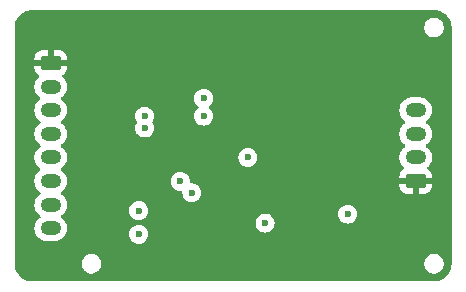
<source format=gbr>
%TF.GenerationSoftware,KiCad,Pcbnew,8.0.1*%
%TF.CreationDate,2024-11-10T15:13:46-05:00*%
%TF.ProjectId,ads1220_board,61647331-3232-4305-9f62-6f6172642e6b,rev?*%
%TF.SameCoordinates,Original*%
%TF.FileFunction,Copper,L2,Inr*%
%TF.FilePolarity,Positive*%
%FSLAX46Y46*%
G04 Gerber Fmt 4.6, Leading zero omitted, Abs format (unit mm)*
G04 Created by KiCad (PCBNEW 8.0.1) date 2024-11-10 15:13:46*
%MOMM*%
%LPD*%
G01*
G04 APERTURE LIST*
G04 Aperture macros list*
%AMRoundRect*
0 Rectangle with rounded corners*
0 $1 Rounding radius*
0 $2 $3 $4 $5 $6 $7 $8 $9 X,Y pos of 4 corners*
0 Add a 4 corners polygon primitive as box body*
4,1,4,$2,$3,$4,$5,$6,$7,$8,$9,$2,$3,0*
0 Add four circle primitives for the rounded corners*
1,1,$1+$1,$2,$3*
1,1,$1+$1,$4,$5*
1,1,$1+$1,$6,$7*
1,1,$1+$1,$8,$9*
0 Add four rect primitives between the rounded corners*
20,1,$1+$1,$2,$3,$4,$5,0*
20,1,$1+$1,$4,$5,$6,$7,0*
20,1,$1+$1,$6,$7,$8,$9,0*
20,1,$1+$1,$8,$9,$2,$3,0*%
G04 Aperture macros list end*
%TA.AperFunction,ComponentPad*%
%ADD10RoundRect,0.250000X0.625000X-0.350000X0.625000X0.350000X-0.625000X0.350000X-0.625000X-0.350000X0*%
%TD*%
%TA.AperFunction,ComponentPad*%
%ADD11O,1.750000X1.200000*%
%TD*%
%TA.AperFunction,ComponentPad*%
%ADD12RoundRect,0.250000X-0.625000X0.350000X-0.625000X-0.350000X0.625000X-0.350000X0.625000X0.350000X0*%
%TD*%
%TA.AperFunction,ViaPad*%
%ADD13C,0.600000*%
%TD*%
G04 APERTURE END LIST*
D10*
%TO.N,GND*%
%TO.C,J2*%
X144450000Y-85000000D03*
D11*
%TO.N,/SIG+*%
X144450000Y-83000000D03*
%TO.N,/SIG-*%
X144450000Y-81000000D03*
%TO.N,+4V*%
X144450000Y-79000000D03*
%TD*%
D12*
%TO.N,GND*%
%TO.C,J3*%
X113550000Y-75000000D03*
D11*
%TO.N,Net-(J3-Pin_2)*%
X113550000Y-77000000D03*
%TO.N,Net-(J3-Pin_3)*%
X113550000Y-79000000D03*
%TO.N,Net-(J3-Pin_4)*%
X113550000Y-81000000D03*
%TO.N,Net-(J3-Pin_5)*%
X113550000Y-83000000D03*
%TO.N,Net-(J3-Pin_6)*%
X113550000Y-85000000D03*
%TO.N,+3V3*%
X113550000Y-87000000D03*
%TO.N,+5V*%
X113550000Y-89000000D03*
%TD*%
D13*
%TO.N,+5V*%
X121000000Y-89500000D03*
X121000000Y-87500000D03*
%TO.N,GND*%
X140000000Y-71000000D03*
X132500000Y-79500000D03*
X144000000Y-93000000D03*
X140000000Y-78500000D03*
X111000000Y-90000000D03*
X140000000Y-85500000D03*
X132250000Y-85000000D03*
X128500000Y-83250000D03*
X115000000Y-71000000D03*
X147000000Y-82000000D03*
X144000000Y-71000000D03*
X125000000Y-93000000D03*
X115000000Y-82000000D03*
X115000000Y-93000000D03*
X136000000Y-84750000D03*
X125000000Y-71000000D03*
X111000000Y-86000000D03*
X136498809Y-88550744D03*
X120000000Y-93000000D03*
X130750000Y-78000000D03*
X141750000Y-84250000D03*
X147000000Y-74000000D03*
X121250000Y-86000000D03*
X141750000Y-79750000D03*
X123475000Y-88500000D03*
X115000000Y-80000000D03*
X120000000Y-71000000D03*
X111000000Y-82000000D03*
X111000000Y-74000000D03*
X111000000Y-78000000D03*
X115000000Y-78000000D03*
X135250000Y-79500000D03*
X147000000Y-90000000D03*
X135000000Y-71000000D03*
X140000000Y-93000000D03*
X147000000Y-86000000D03*
X115000000Y-84000000D03*
X128500000Y-76750000D03*
X135000000Y-93000000D03*
X147000000Y-78000000D03*
X130000000Y-71000000D03*
X130000000Y-93000000D03*
X119720000Y-78530000D03*
X127325000Y-80325000D03*
%TO.N,+4V*%
X124525000Y-85025000D03*
X125500000Y-86000000D03*
X138700000Y-87800000D03*
X130250000Y-83000000D03*
X131700000Y-88550000D03*
X121500000Y-79500000D03*
%TO.N,+3V3*%
X121500000Y-80500000D03*
%TO.N,/INA_REF*%
X126500000Y-78000000D03*
%TO.N,/SIG_AMP+*%
X126500000Y-79500000D03*
%TD*%
%TA.AperFunction,Conductor*%
%TO.N,GND*%
G36*
X146004418Y-70500816D02*
G01*
X146204561Y-70515130D01*
X146222063Y-70517647D01*
X146413797Y-70559355D01*
X146430755Y-70564334D01*
X146614609Y-70632909D01*
X146630701Y-70640259D01*
X146802904Y-70734288D01*
X146817784Y-70743849D01*
X146974867Y-70861441D01*
X146988237Y-70873027D01*
X147126972Y-71011762D01*
X147138558Y-71025132D01*
X147249625Y-71173500D01*
X147256146Y-71182210D01*
X147265711Y-71197095D01*
X147359740Y-71369298D01*
X147367090Y-71385390D01*
X147435662Y-71569236D01*
X147440646Y-71586212D01*
X147482351Y-71777931D01*
X147484869Y-71795442D01*
X147499184Y-71995580D01*
X147499500Y-72004427D01*
X147499500Y-91995572D01*
X147499184Y-92004419D01*
X147484869Y-92204557D01*
X147482351Y-92222068D01*
X147440646Y-92413787D01*
X147435662Y-92430763D01*
X147367090Y-92614609D01*
X147359740Y-92630701D01*
X147265711Y-92802904D01*
X147256146Y-92817789D01*
X147138558Y-92974867D01*
X147126972Y-92988237D01*
X146988237Y-93126972D01*
X146974867Y-93138558D01*
X146817789Y-93256146D01*
X146802904Y-93265711D01*
X146630701Y-93359740D01*
X146614609Y-93367090D01*
X146430763Y-93435662D01*
X146413787Y-93440646D01*
X146222068Y-93482351D01*
X146204557Y-93484869D01*
X146023779Y-93497799D01*
X146004417Y-93499184D01*
X145995572Y-93499500D01*
X112004428Y-93499500D01*
X111995582Y-93499184D01*
X111973622Y-93497613D01*
X111795442Y-93484869D01*
X111777931Y-93482351D01*
X111586212Y-93440646D01*
X111569236Y-93435662D01*
X111385390Y-93367090D01*
X111369298Y-93359740D01*
X111197095Y-93265711D01*
X111182210Y-93256146D01*
X111025132Y-93138558D01*
X111011762Y-93126972D01*
X110873027Y-92988237D01*
X110861441Y-92974867D01*
X110743849Y-92817784D01*
X110734288Y-92802904D01*
X110640259Y-92630701D01*
X110632909Y-92614609D01*
X110572091Y-92451551D01*
X110564334Y-92430755D01*
X110559355Y-92413797D01*
X110517647Y-92222063D01*
X110515130Y-92204556D01*
X110506322Y-92081407D01*
X116173500Y-92081407D01*
X116205259Y-92241073D01*
X116205262Y-92241082D01*
X116267562Y-92391490D01*
X116267563Y-92391492D01*
X116358015Y-92526862D01*
X116358018Y-92526866D01*
X116473133Y-92641981D01*
X116473137Y-92641984D01*
X116608505Y-92732435D01*
X116608506Y-92732435D01*
X116608507Y-92732436D01*
X116608509Y-92732437D01*
X116708781Y-92773970D01*
X116758919Y-92794738D01*
X116758921Y-92794738D01*
X116758926Y-92794740D01*
X116918592Y-92826499D01*
X116918595Y-92826500D01*
X116918597Y-92826500D01*
X117081405Y-92826500D01*
X117081406Y-92826499D01*
X117134629Y-92815912D01*
X117241073Y-92794740D01*
X117241076Y-92794738D01*
X117241081Y-92794738D01*
X117391495Y-92732435D01*
X117526863Y-92641984D01*
X117641984Y-92526863D01*
X117732435Y-92391495D01*
X117794738Y-92241081D01*
X117802004Y-92204556D01*
X117826499Y-92081407D01*
X145173500Y-92081407D01*
X145205259Y-92241073D01*
X145205262Y-92241082D01*
X145267562Y-92391490D01*
X145267563Y-92391492D01*
X145358015Y-92526862D01*
X145358018Y-92526866D01*
X145473133Y-92641981D01*
X145473137Y-92641984D01*
X145608505Y-92732435D01*
X145608506Y-92732435D01*
X145608507Y-92732436D01*
X145608509Y-92732437D01*
X145708781Y-92773970D01*
X145758919Y-92794738D01*
X145758921Y-92794738D01*
X145758926Y-92794740D01*
X145918592Y-92826499D01*
X145918595Y-92826500D01*
X145918597Y-92826500D01*
X146081405Y-92826500D01*
X146081406Y-92826499D01*
X146134629Y-92815912D01*
X146241073Y-92794740D01*
X146241076Y-92794738D01*
X146241081Y-92794738D01*
X146391495Y-92732435D01*
X146526863Y-92641984D01*
X146641984Y-92526863D01*
X146732435Y-92391495D01*
X146794738Y-92241081D01*
X146802004Y-92204556D01*
X146826499Y-92081407D01*
X146826500Y-92081405D01*
X146826500Y-91918594D01*
X146826499Y-91918592D01*
X146794740Y-91758926D01*
X146794737Y-91758917D01*
X146732437Y-91608509D01*
X146732436Y-91608507D01*
X146641984Y-91473137D01*
X146641981Y-91473133D01*
X146526866Y-91358018D01*
X146526862Y-91358015D01*
X146391492Y-91267563D01*
X146391490Y-91267562D01*
X146241082Y-91205262D01*
X146241073Y-91205259D01*
X146081406Y-91173500D01*
X146081403Y-91173500D01*
X145918597Y-91173500D01*
X145918594Y-91173500D01*
X145758926Y-91205259D01*
X145758917Y-91205262D01*
X145608509Y-91267562D01*
X145608507Y-91267563D01*
X145473137Y-91358015D01*
X145473133Y-91358018D01*
X145358018Y-91473133D01*
X145358015Y-91473137D01*
X145267563Y-91608507D01*
X145267562Y-91608509D01*
X145205262Y-91758917D01*
X145205259Y-91758926D01*
X145173500Y-91918592D01*
X145173500Y-92081407D01*
X117826499Y-92081407D01*
X117826500Y-92081405D01*
X117826500Y-91918594D01*
X117826499Y-91918592D01*
X117794740Y-91758926D01*
X117794737Y-91758917D01*
X117732437Y-91608509D01*
X117732436Y-91608507D01*
X117641984Y-91473137D01*
X117641981Y-91473133D01*
X117526866Y-91358018D01*
X117526862Y-91358015D01*
X117391492Y-91267563D01*
X117391490Y-91267562D01*
X117241082Y-91205262D01*
X117241073Y-91205259D01*
X117081406Y-91173500D01*
X117081403Y-91173500D01*
X116918597Y-91173500D01*
X116918594Y-91173500D01*
X116758926Y-91205259D01*
X116758917Y-91205262D01*
X116608509Y-91267562D01*
X116608507Y-91267563D01*
X116473137Y-91358015D01*
X116473133Y-91358018D01*
X116358018Y-91473133D01*
X116358015Y-91473137D01*
X116267563Y-91608507D01*
X116267562Y-91608509D01*
X116205262Y-91758917D01*
X116205259Y-91758926D01*
X116173500Y-91918592D01*
X116173500Y-92081407D01*
X110506322Y-92081407D01*
X110500816Y-92004418D01*
X110500500Y-91995572D01*
X110500500Y-89086611D01*
X112174500Y-89086611D01*
X112201598Y-89257701D01*
X112255127Y-89422445D01*
X112333768Y-89576788D01*
X112435586Y-89716928D01*
X112558072Y-89839414D01*
X112698212Y-89941232D01*
X112852555Y-90019873D01*
X113017299Y-90073402D01*
X113188389Y-90100500D01*
X113188390Y-90100500D01*
X113911610Y-90100500D01*
X113911611Y-90100500D01*
X114082701Y-90073402D01*
X114247445Y-90019873D01*
X114401788Y-89941232D01*
X114541928Y-89839414D01*
X114664414Y-89716928D01*
X114766232Y-89576788D01*
X114805356Y-89500003D01*
X120194435Y-89500003D01*
X120214630Y-89679249D01*
X120214631Y-89679254D01*
X120274211Y-89849523D01*
X120331836Y-89941232D01*
X120370184Y-90002262D01*
X120497738Y-90129816D01*
X120650478Y-90225789D01*
X120820745Y-90285368D01*
X120820750Y-90285369D01*
X120999996Y-90305565D01*
X121000000Y-90305565D01*
X121000004Y-90305565D01*
X121179249Y-90285369D01*
X121179252Y-90285368D01*
X121179255Y-90285368D01*
X121349522Y-90225789D01*
X121502262Y-90129816D01*
X121629816Y-90002262D01*
X121725789Y-89849522D01*
X121785368Y-89679255D01*
X121805565Y-89500000D01*
X121789291Y-89355565D01*
X121785369Y-89320750D01*
X121785368Y-89320745D01*
X121763308Y-89257701D01*
X121725789Y-89150478D01*
X121629816Y-88997738D01*
X121502262Y-88870184D01*
X121349523Y-88774211D01*
X121179254Y-88714631D01*
X121179249Y-88714630D01*
X121000004Y-88694435D01*
X120999996Y-88694435D01*
X120820750Y-88714630D01*
X120820745Y-88714631D01*
X120650476Y-88774211D01*
X120497737Y-88870184D01*
X120370184Y-88997737D01*
X120274211Y-89150476D01*
X120214631Y-89320745D01*
X120214630Y-89320750D01*
X120194435Y-89499996D01*
X120194435Y-89500003D01*
X114805356Y-89500003D01*
X114844873Y-89422445D01*
X114898402Y-89257701D01*
X114925500Y-89086611D01*
X114925500Y-88913389D01*
X114898402Y-88742299D01*
X114844873Y-88577555D01*
X114830835Y-88550003D01*
X130894435Y-88550003D01*
X130914630Y-88729249D01*
X130914631Y-88729254D01*
X130974211Y-88899523D01*
X131035924Y-88997738D01*
X131070184Y-89052262D01*
X131197738Y-89179816D01*
X131350478Y-89275789D01*
X131478955Y-89320745D01*
X131520745Y-89335368D01*
X131520750Y-89335369D01*
X131699996Y-89355565D01*
X131700000Y-89355565D01*
X131700004Y-89355565D01*
X131879249Y-89335369D01*
X131879252Y-89335368D01*
X131879255Y-89335368D01*
X132049522Y-89275789D01*
X132202262Y-89179816D01*
X132329816Y-89052262D01*
X132425789Y-88899522D01*
X132485368Y-88729255D01*
X132487016Y-88714630D01*
X132505565Y-88550003D01*
X132505565Y-88549996D01*
X132485369Y-88370750D01*
X132485368Y-88370745D01*
X132425789Y-88200478D01*
X132400724Y-88160588D01*
X132362854Y-88100318D01*
X132329816Y-88047738D01*
X132202262Y-87920184D01*
X132169635Y-87899683D01*
X132049523Y-87824211D01*
X131980341Y-87800003D01*
X137894435Y-87800003D01*
X137914630Y-87979249D01*
X137914631Y-87979254D01*
X137974211Y-88149523D01*
X138058124Y-88283069D01*
X138070184Y-88302262D01*
X138197738Y-88429816D01*
X138350478Y-88525789D01*
X138419678Y-88550003D01*
X138520745Y-88585368D01*
X138520750Y-88585369D01*
X138699996Y-88605565D01*
X138700000Y-88605565D01*
X138700004Y-88605565D01*
X138879249Y-88585369D01*
X138879252Y-88585368D01*
X138879255Y-88585368D01*
X139049522Y-88525789D01*
X139202262Y-88429816D01*
X139329816Y-88302262D01*
X139425789Y-88149522D01*
X139485368Y-87979255D01*
X139485369Y-87979249D01*
X139505565Y-87800003D01*
X139505565Y-87799996D01*
X139485369Y-87620750D01*
X139485368Y-87620745D01*
X139469987Y-87576788D01*
X139425789Y-87450478D01*
X139329816Y-87297738D01*
X139202262Y-87170184D01*
X139170897Y-87150476D01*
X139049523Y-87074211D01*
X138879254Y-87014631D01*
X138879249Y-87014630D01*
X138700004Y-86994435D01*
X138699996Y-86994435D01*
X138520750Y-87014630D01*
X138520745Y-87014631D01*
X138350476Y-87074211D01*
X138197737Y-87170184D01*
X138070184Y-87297737D01*
X137974211Y-87450476D01*
X137914631Y-87620745D01*
X137914630Y-87620750D01*
X137894435Y-87799996D01*
X137894435Y-87800003D01*
X131980341Y-87800003D01*
X131879254Y-87764631D01*
X131879249Y-87764630D01*
X131700004Y-87744435D01*
X131699996Y-87744435D01*
X131520750Y-87764630D01*
X131520745Y-87764631D01*
X131350476Y-87824211D01*
X131197737Y-87920184D01*
X131070184Y-88047737D01*
X130974211Y-88200476D01*
X130914631Y-88370745D01*
X130914630Y-88370750D01*
X130894435Y-88549996D01*
X130894435Y-88550003D01*
X114830835Y-88550003D01*
X114766232Y-88423212D01*
X114664414Y-88283072D01*
X114541928Y-88160586D01*
X114458975Y-88100317D01*
X114416311Y-88044988D01*
X114410332Y-87975374D01*
X114442938Y-87913579D01*
X114458976Y-87899682D01*
X114541928Y-87839414D01*
X114664414Y-87716928D01*
X114766232Y-87576788D01*
X114805356Y-87500003D01*
X120194435Y-87500003D01*
X120214630Y-87679249D01*
X120214631Y-87679254D01*
X120274211Y-87849523D01*
X120318611Y-87920184D01*
X120370184Y-88002262D01*
X120497738Y-88129816D01*
X120588080Y-88186582D01*
X120610192Y-88200476D01*
X120650478Y-88225789D01*
X120814175Y-88283069D01*
X120820745Y-88285368D01*
X120820750Y-88285369D01*
X120999996Y-88305565D01*
X121000000Y-88305565D01*
X121000004Y-88305565D01*
X121179249Y-88285369D01*
X121179252Y-88285368D01*
X121179255Y-88285368D01*
X121349522Y-88225789D01*
X121502262Y-88129816D01*
X121629816Y-88002262D01*
X121725789Y-87849522D01*
X121785368Y-87679255D01*
X121791960Y-87620750D01*
X121805565Y-87500003D01*
X121805565Y-87499996D01*
X121785369Y-87320750D01*
X121785368Y-87320745D01*
X121725789Y-87150478D01*
X121629816Y-86997738D01*
X121502262Y-86870184D01*
X121399422Y-86805565D01*
X121349523Y-86774211D01*
X121179254Y-86714631D01*
X121179249Y-86714630D01*
X121000004Y-86694435D01*
X120999996Y-86694435D01*
X120820750Y-86714630D01*
X120820745Y-86714631D01*
X120650476Y-86774211D01*
X120497737Y-86870184D01*
X120370184Y-86997737D01*
X120274211Y-87150476D01*
X120214631Y-87320745D01*
X120214630Y-87320750D01*
X120194435Y-87499996D01*
X120194435Y-87500003D01*
X114805356Y-87500003D01*
X114844873Y-87422445D01*
X114898402Y-87257701D01*
X114925500Y-87086611D01*
X114925500Y-86913389D01*
X114898402Y-86742299D01*
X114844873Y-86577555D01*
X114766232Y-86423212D01*
X114664414Y-86283072D01*
X114541928Y-86160586D01*
X114458975Y-86100317D01*
X114416311Y-86044988D01*
X114410332Y-85975374D01*
X114442938Y-85913579D01*
X114458976Y-85899682D01*
X114541928Y-85839414D01*
X114664414Y-85716928D01*
X114766232Y-85576788D01*
X114844873Y-85422445D01*
X114898402Y-85257701D01*
X114925500Y-85086611D01*
X114925500Y-85025003D01*
X123719435Y-85025003D01*
X123739630Y-85204249D01*
X123739631Y-85204254D01*
X123799211Y-85374523D01*
X123815211Y-85399986D01*
X123895184Y-85527262D01*
X124022738Y-85654816D01*
X124175478Y-85750789D01*
X124329781Y-85804782D01*
X124345745Y-85810368D01*
X124345750Y-85810369D01*
X124524996Y-85830565D01*
X124525000Y-85830565D01*
X124525003Y-85830565D01*
X124561435Y-85826460D01*
X124630257Y-85838514D01*
X124681637Y-85885863D01*
X124699261Y-85953474D01*
X124698540Y-85963561D01*
X124695040Y-85994625D01*
X124694436Y-85999996D01*
X124694435Y-86000001D01*
X124694435Y-86000003D01*
X124714630Y-86179249D01*
X124714631Y-86179254D01*
X124774211Y-86349523D01*
X124870184Y-86502262D01*
X124997738Y-86629816D01*
X125088080Y-86686582D01*
X125132721Y-86714632D01*
X125150478Y-86725789D01*
X125288860Y-86774211D01*
X125320745Y-86785368D01*
X125320750Y-86785369D01*
X125499996Y-86805565D01*
X125500000Y-86805565D01*
X125500004Y-86805565D01*
X125679249Y-86785369D01*
X125679252Y-86785368D01*
X125679255Y-86785368D01*
X125849522Y-86725789D01*
X126002262Y-86629816D01*
X126129816Y-86502262D01*
X126225789Y-86349522D01*
X126285368Y-86179255D01*
X126285369Y-86179249D01*
X126305565Y-86000003D01*
X126305565Y-85999996D01*
X126285369Y-85820750D01*
X126285368Y-85820745D01*
X126260889Y-85750788D01*
X126225789Y-85650478D01*
X126129816Y-85497738D01*
X126002262Y-85370184D01*
X125969255Y-85349444D01*
X125849523Y-85274211D01*
X125679254Y-85214631D01*
X125679249Y-85214630D01*
X125500004Y-85194435D01*
X125500002Y-85194435D01*
X125500000Y-85194435D01*
X125490632Y-85195490D01*
X125463561Y-85198540D01*
X125394739Y-85186483D01*
X125343361Y-85139133D01*
X125325738Y-85071522D01*
X125326460Y-85061435D01*
X125330565Y-85025002D01*
X125330565Y-85024996D01*
X125310369Y-84845750D01*
X125310368Y-84845745D01*
X125274172Y-84742302D01*
X125250789Y-84675478D01*
X125235129Y-84650556D01*
X125154815Y-84522737D01*
X125027262Y-84395184D01*
X124874523Y-84299211D01*
X124704254Y-84239631D01*
X124704249Y-84239630D01*
X124525004Y-84219435D01*
X124524996Y-84219435D01*
X124345750Y-84239630D01*
X124345745Y-84239631D01*
X124175476Y-84299211D01*
X124022737Y-84395184D01*
X123895184Y-84522737D01*
X123799211Y-84675476D01*
X123739631Y-84845745D01*
X123739630Y-84845750D01*
X123719435Y-85024996D01*
X123719435Y-85025003D01*
X114925500Y-85025003D01*
X114925500Y-84913389D01*
X114898402Y-84742299D01*
X114844873Y-84577555D01*
X114766232Y-84423212D01*
X114664414Y-84283072D01*
X114541928Y-84160586D01*
X114458975Y-84100317D01*
X114416311Y-84044988D01*
X114410332Y-83975374D01*
X114442938Y-83913579D01*
X114458976Y-83899682D01*
X114462471Y-83897143D01*
X114541928Y-83839414D01*
X114664414Y-83716928D01*
X114766232Y-83576788D01*
X114844873Y-83422445D01*
X114898402Y-83257701D01*
X114925500Y-83086611D01*
X114925500Y-83000003D01*
X129444435Y-83000003D01*
X129464630Y-83179249D01*
X129464631Y-83179254D01*
X129524211Y-83349523D01*
X129570033Y-83422447D01*
X129620184Y-83502262D01*
X129747738Y-83629816D01*
X129838080Y-83686582D01*
X129886375Y-83716928D01*
X129900478Y-83725789D01*
X130070745Y-83785368D01*
X130070750Y-83785369D01*
X130249996Y-83805565D01*
X130250000Y-83805565D01*
X130250004Y-83805565D01*
X130429249Y-83785369D01*
X130429252Y-83785368D01*
X130429255Y-83785368D01*
X130599522Y-83725789D01*
X130752262Y-83629816D01*
X130879816Y-83502262D01*
X130975789Y-83349522D01*
X131035368Y-83179255D01*
X131035369Y-83179249D01*
X131045807Y-83086611D01*
X143074500Y-83086611D01*
X143101598Y-83257701D01*
X143155127Y-83422445D01*
X143233768Y-83576788D01*
X143335586Y-83716928D01*
X143335588Y-83716930D01*
X143443491Y-83824833D01*
X143476976Y-83886156D01*
X143471992Y-83955848D01*
X143430120Y-84011781D01*
X143420907Y-84018053D01*
X143356654Y-84057684D01*
X143232684Y-84181654D01*
X143140643Y-84330875D01*
X143140641Y-84330880D01*
X143085494Y-84497302D01*
X143085493Y-84497309D01*
X143075000Y-84600013D01*
X143075000Y-84750000D01*
X144169670Y-84750000D01*
X144149925Y-84769745D01*
X144100556Y-84855255D01*
X144075000Y-84950630D01*
X144075000Y-85049370D01*
X144100556Y-85144745D01*
X144149925Y-85230255D01*
X144169670Y-85250000D01*
X143075001Y-85250000D01*
X143075001Y-85399986D01*
X143085494Y-85502697D01*
X143140641Y-85669119D01*
X143140643Y-85669124D01*
X143232684Y-85818345D01*
X143356654Y-85942315D01*
X143505875Y-86034356D01*
X143505880Y-86034358D01*
X143672302Y-86089505D01*
X143672309Y-86089506D01*
X143775019Y-86099999D01*
X144199999Y-86099999D01*
X144200000Y-86099998D01*
X144200000Y-85280330D01*
X144219745Y-85300075D01*
X144305255Y-85349444D01*
X144400630Y-85375000D01*
X144499370Y-85375000D01*
X144594745Y-85349444D01*
X144680255Y-85300075D01*
X144700000Y-85280330D01*
X144700000Y-86099999D01*
X145124972Y-86099999D01*
X145124986Y-86099998D01*
X145227697Y-86089505D01*
X145394119Y-86034358D01*
X145394124Y-86034356D01*
X145543345Y-85942315D01*
X145667315Y-85818345D01*
X145759356Y-85669124D01*
X145759358Y-85669119D01*
X145814505Y-85502697D01*
X145814506Y-85502690D01*
X145824999Y-85399986D01*
X145825000Y-85399973D01*
X145825000Y-85250000D01*
X144730330Y-85250000D01*
X144750075Y-85230255D01*
X144799444Y-85144745D01*
X144825000Y-85049370D01*
X144825000Y-84950630D01*
X144799444Y-84855255D01*
X144750075Y-84769745D01*
X144730330Y-84750000D01*
X145824999Y-84750000D01*
X145824999Y-84600028D01*
X145824998Y-84600013D01*
X145814505Y-84497302D01*
X145759358Y-84330880D01*
X145759356Y-84330875D01*
X145667315Y-84181654D01*
X145543343Y-84057682D01*
X145479093Y-84018053D01*
X145432368Y-83966105D01*
X145421145Y-83897143D01*
X145448988Y-83833061D01*
X145456486Y-83824855D01*
X145564414Y-83716928D01*
X145666232Y-83576788D01*
X145744873Y-83422445D01*
X145798402Y-83257701D01*
X145825500Y-83086611D01*
X145825500Y-82913389D01*
X145798402Y-82742299D01*
X145744873Y-82577555D01*
X145666232Y-82423212D01*
X145564414Y-82283072D01*
X145441928Y-82160586D01*
X145358975Y-82100317D01*
X145316311Y-82044988D01*
X145310332Y-81975374D01*
X145342938Y-81913579D01*
X145358976Y-81899682D01*
X145441928Y-81839414D01*
X145564414Y-81716928D01*
X145666232Y-81576788D01*
X145744873Y-81422445D01*
X145798402Y-81257701D01*
X145825500Y-81086611D01*
X145825500Y-80913389D01*
X145798402Y-80742299D01*
X145744873Y-80577555D01*
X145666232Y-80423212D01*
X145564414Y-80283072D01*
X145441928Y-80160586D01*
X145358975Y-80100317D01*
X145316311Y-80044988D01*
X145310332Y-79975374D01*
X145342938Y-79913579D01*
X145358976Y-79899682D01*
X145441928Y-79839414D01*
X145564414Y-79716928D01*
X145666232Y-79576788D01*
X145744873Y-79422445D01*
X145798402Y-79257701D01*
X145825500Y-79086611D01*
X145825500Y-78913389D01*
X145798402Y-78742299D01*
X145744873Y-78577555D01*
X145666232Y-78423212D01*
X145564414Y-78283072D01*
X145441928Y-78160586D01*
X145301788Y-78058768D01*
X145147445Y-77980127D01*
X144982701Y-77926598D01*
X144982699Y-77926597D01*
X144982698Y-77926597D01*
X144851271Y-77905781D01*
X144811611Y-77899500D01*
X144088389Y-77899500D01*
X144048728Y-77905781D01*
X143917302Y-77926597D01*
X143752552Y-77980128D01*
X143598211Y-78058768D01*
X143518256Y-78116859D01*
X143458072Y-78160586D01*
X143458070Y-78160588D01*
X143458069Y-78160588D01*
X143335588Y-78283069D01*
X143335588Y-78283070D01*
X143335586Y-78283072D01*
X143291859Y-78343256D01*
X143233768Y-78423211D01*
X143155128Y-78577552D01*
X143101597Y-78742302D01*
X143087669Y-78830243D01*
X143074500Y-78913389D01*
X143074500Y-79086611D01*
X143101598Y-79257701D01*
X143155127Y-79422445D01*
X143233768Y-79576788D01*
X143335586Y-79716928D01*
X143458072Y-79839414D01*
X143471986Y-79849523D01*
X143541023Y-79899683D01*
X143583689Y-79955013D01*
X143589667Y-80024626D01*
X143557061Y-80086421D01*
X143541023Y-80100317D01*
X143458078Y-80160581D01*
X143458069Y-80160588D01*
X143335588Y-80283069D01*
X143335588Y-80283070D01*
X143335586Y-80283072D01*
X143319244Y-80305565D01*
X143233768Y-80423211D01*
X143155128Y-80577552D01*
X143101597Y-80742302D01*
X143074500Y-80913389D01*
X143074500Y-81086610D01*
X143096543Y-81225789D01*
X143101598Y-81257701D01*
X143155127Y-81422445D01*
X143233768Y-81576788D01*
X143335586Y-81716928D01*
X143458072Y-81839414D01*
X143458078Y-81839418D01*
X143541023Y-81899683D01*
X143583689Y-81955013D01*
X143589667Y-82024626D01*
X143557061Y-82086421D01*
X143541023Y-82100317D01*
X143458078Y-82160581D01*
X143458069Y-82160588D01*
X143335588Y-82283069D01*
X143335588Y-82283070D01*
X143335586Y-82283072D01*
X143291859Y-82343256D01*
X143233768Y-82423211D01*
X143155128Y-82577552D01*
X143101597Y-82742302D01*
X143074500Y-82913389D01*
X143074500Y-83086611D01*
X131045807Y-83086611D01*
X131055565Y-83000003D01*
X131055565Y-82999996D01*
X131035369Y-82820750D01*
X131035368Y-82820745D01*
X130975789Y-82650478D01*
X130879816Y-82497738D01*
X130752262Y-82370184D01*
X130599523Y-82274211D01*
X130429254Y-82214631D01*
X130429249Y-82214630D01*
X130250004Y-82194435D01*
X130249996Y-82194435D01*
X130070750Y-82214630D01*
X130070745Y-82214631D01*
X129900476Y-82274211D01*
X129747737Y-82370184D01*
X129620184Y-82497737D01*
X129524211Y-82650476D01*
X129464631Y-82820745D01*
X129464630Y-82820750D01*
X129444435Y-82999996D01*
X129444435Y-83000003D01*
X114925500Y-83000003D01*
X114925500Y-82913389D01*
X114898402Y-82742299D01*
X114844873Y-82577555D01*
X114766232Y-82423212D01*
X114664414Y-82283072D01*
X114541928Y-82160586D01*
X114458975Y-82100317D01*
X114416311Y-82044988D01*
X114410332Y-81975374D01*
X114442938Y-81913579D01*
X114458976Y-81899682D01*
X114541928Y-81839414D01*
X114664414Y-81716928D01*
X114766232Y-81576788D01*
X114844873Y-81422445D01*
X114898402Y-81257701D01*
X114925500Y-81086611D01*
X114925500Y-80913389D01*
X114898402Y-80742299D01*
X114844873Y-80577555D01*
X114805359Y-80500003D01*
X120694435Y-80500003D01*
X120714630Y-80679249D01*
X120714631Y-80679254D01*
X120774211Y-80849523D01*
X120814341Y-80913389D01*
X120870184Y-81002262D01*
X120997738Y-81129816D01*
X121150478Y-81225789D01*
X121320745Y-81285368D01*
X121320750Y-81285369D01*
X121499996Y-81305565D01*
X121500000Y-81305565D01*
X121500004Y-81305565D01*
X121679249Y-81285369D01*
X121679252Y-81285368D01*
X121679255Y-81285368D01*
X121849522Y-81225789D01*
X122002262Y-81129816D01*
X122129816Y-81002262D01*
X122225789Y-80849522D01*
X122285368Y-80679255D01*
X122305565Y-80500000D01*
X122296913Y-80423212D01*
X122285369Y-80320750D01*
X122285368Y-80320745D01*
X122225788Y-80150475D01*
X122172691Y-80065973D01*
X122153690Y-79998736D01*
X122172691Y-79934027D01*
X122225788Y-79849524D01*
X122225789Y-79849522D01*
X122285368Y-79679255D01*
X122305565Y-79500003D01*
X125694435Y-79500003D01*
X125714630Y-79679249D01*
X125714631Y-79679254D01*
X125774211Y-79849523D01*
X125827309Y-79934027D01*
X125870184Y-80002262D01*
X125997738Y-80129816D01*
X126150478Y-80225789D01*
X126314175Y-80283069D01*
X126320745Y-80285368D01*
X126320750Y-80285369D01*
X126499996Y-80305565D01*
X126500000Y-80305565D01*
X126500004Y-80305565D01*
X126679249Y-80285369D01*
X126679252Y-80285368D01*
X126679255Y-80285368D01*
X126849522Y-80225789D01*
X127002262Y-80129816D01*
X127129816Y-80002262D01*
X127225789Y-79849522D01*
X127285368Y-79679255D01*
X127305565Y-79500000D01*
X127285368Y-79320745D01*
X127225789Y-79150478D01*
X127129816Y-78997738D01*
X127002262Y-78870184D01*
X126978084Y-78854992D01*
X126931796Y-78802661D01*
X126921146Y-78733607D01*
X126949521Y-78669758D01*
X126978082Y-78645009D01*
X127002262Y-78629816D01*
X127129816Y-78502262D01*
X127225789Y-78349522D01*
X127285368Y-78179255D01*
X127285369Y-78179249D01*
X127305565Y-78000003D01*
X127305565Y-77999996D01*
X127285369Y-77820750D01*
X127285368Y-77820745D01*
X127225789Y-77650478D01*
X127129816Y-77497738D01*
X127002262Y-77370184D01*
X126849523Y-77274211D01*
X126679254Y-77214631D01*
X126679249Y-77214630D01*
X126500004Y-77194435D01*
X126499996Y-77194435D01*
X126320750Y-77214630D01*
X126320745Y-77214631D01*
X126150476Y-77274211D01*
X125997737Y-77370184D01*
X125870184Y-77497737D01*
X125774211Y-77650476D01*
X125714631Y-77820745D01*
X125714630Y-77820750D01*
X125694435Y-77999996D01*
X125694435Y-78000003D01*
X125714630Y-78179249D01*
X125714631Y-78179254D01*
X125774211Y-78349523D01*
X125870184Y-78502262D01*
X125997738Y-78629816D01*
X126021911Y-78645005D01*
X126021913Y-78645006D01*
X126068204Y-78697341D01*
X126078852Y-78766395D01*
X126050477Y-78830243D01*
X126021913Y-78854994D01*
X125997737Y-78870184D01*
X125870184Y-78997737D01*
X125774211Y-79150476D01*
X125714631Y-79320745D01*
X125714630Y-79320750D01*
X125694435Y-79499996D01*
X125694435Y-79500003D01*
X122305565Y-79500003D01*
X122305565Y-79500000D01*
X122285368Y-79320745D01*
X122225789Y-79150478D01*
X122129816Y-78997738D01*
X122002262Y-78870184D01*
X121978087Y-78854994D01*
X121849523Y-78774211D01*
X121679254Y-78714631D01*
X121679249Y-78714630D01*
X121500004Y-78694435D01*
X121499996Y-78694435D01*
X121320750Y-78714630D01*
X121320745Y-78714631D01*
X121150476Y-78774211D01*
X120997737Y-78870184D01*
X120870184Y-78997737D01*
X120774211Y-79150476D01*
X120714631Y-79320745D01*
X120714630Y-79320750D01*
X120694435Y-79499996D01*
X120694435Y-79500003D01*
X120714630Y-79679249D01*
X120714633Y-79679262D01*
X120774209Y-79849520D01*
X120827309Y-79934029D01*
X120846309Y-80001266D01*
X120827309Y-80065971D01*
X120774209Y-80150479D01*
X120714633Y-80320737D01*
X120714630Y-80320750D01*
X120694435Y-80499996D01*
X120694435Y-80500003D01*
X114805359Y-80500003D01*
X114766232Y-80423212D01*
X114664414Y-80283072D01*
X114541928Y-80160586D01*
X114458975Y-80100317D01*
X114416311Y-80044988D01*
X114410332Y-79975374D01*
X114442938Y-79913579D01*
X114458976Y-79899682D01*
X114541928Y-79839414D01*
X114664414Y-79716928D01*
X114766232Y-79576788D01*
X114844873Y-79422445D01*
X114898402Y-79257701D01*
X114925500Y-79086611D01*
X114925500Y-78913389D01*
X114898402Y-78742299D01*
X114844873Y-78577555D01*
X114766232Y-78423212D01*
X114664414Y-78283072D01*
X114541928Y-78160586D01*
X114458975Y-78100317D01*
X114416311Y-78044988D01*
X114410332Y-77975374D01*
X114442938Y-77913579D01*
X114458976Y-77899682D01*
X114541928Y-77839414D01*
X114664414Y-77716928D01*
X114766232Y-77576788D01*
X114844873Y-77422445D01*
X114898402Y-77257701D01*
X114925500Y-77086611D01*
X114925500Y-76913389D01*
X114898402Y-76742299D01*
X114844873Y-76577555D01*
X114766232Y-76423212D01*
X114664414Y-76283072D01*
X114556508Y-76175166D01*
X114523023Y-76113843D01*
X114528007Y-76044151D01*
X114569879Y-75988218D01*
X114579094Y-75981945D01*
X114643345Y-75942315D01*
X114767315Y-75818345D01*
X114859356Y-75669124D01*
X114859358Y-75669119D01*
X114914505Y-75502697D01*
X114914506Y-75502690D01*
X114924999Y-75399986D01*
X114925000Y-75399973D01*
X114925000Y-75250000D01*
X113830330Y-75250000D01*
X113850075Y-75230255D01*
X113899444Y-75144745D01*
X113925000Y-75049370D01*
X113925000Y-74950630D01*
X113899444Y-74855255D01*
X113850075Y-74769745D01*
X113830330Y-74750000D01*
X114924999Y-74750000D01*
X114924999Y-74600028D01*
X114924998Y-74600013D01*
X114914505Y-74497302D01*
X114859358Y-74330880D01*
X114859356Y-74330875D01*
X114767315Y-74181654D01*
X114643345Y-74057684D01*
X114494124Y-73965643D01*
X114494119Y-73965641D01*
X114327697Y-73910494D01*
X114327690Y-73910493D01*
X114224986Y-73900000D01*
X113800000Y-73900000D01*
X113800000Y-74719670D01*
X113780255Y-74699925D01*
X113694745Y-74650556D01*
X113599370Y-74625000D01*
X113500630Y-74625000D01*
X113405255Y-74650556D01*
X113319745Y-74699925D01*
X113300000Y-74719670D01*
X113300000Y-73900000D01*
X112875028Y-73900000D01*
X112875012Y-73900001D01*
X112772302Y-73910494D01*
X112605880Y-73965641D01*
X112605875Y-73965643D01*
X112456654Y-74057684D01*
X112332684Y-74181654D01*
X112240643Y-74330875D01*
X112240641Y-74330880D01*
X112185494Y-74497302D01*
X112185493Y-74497309D01*
X112175000Y-74600013D01*
X112175000Y-74750000D01*
X113269670Y-74750000D01*
X113249925Y-74769745D01*
X113200556Y-74855255D01*
X113175000Y-74950630D01*
X113175000Y-75049370D01*
X113200556Y-75144745D01*
X113249925Y-75230255D01*
X113269670Y-75250000D01*
X112175001Y-75250000D01*
X112175001Y-75399986D01*
X112185494Y-75502697D01*
X112240641Y-75669119D01*
X112240643Y-75669124D01*
X112332684Y-75818345D01*
X112456656Y-75942317D01*
X112520906Y-75981946D01*
X112567631Y-76033893D01*
X112578854Y-76102856D01*
X112551011Y-76166938D01*
X112543492Y-76175166D01*
X112435585Y-76283073D01*
X112333768Y-76423211D01*
X112255128Y-76577552D01*
X112201597Y-76742302D01*
X112174500Y-76913389D01*
X112174500Y-77086610D01*
X112194776Y-77214632D01*
X112201598Y-77257701D01*
X112255127Y-77422445D01*
X112333768Y-77576788D01*
X112435586Y-77716928D01*
X112558072Y-77839414D01*
X112558078Y-77839418D01*
X112641023Y-77899683D01*
X112683689Y-77955013D01*
X112689667Y-78024626D01*
X112657061Y-78086421D01*
X112641023Y-78100317D01*
X112558078Y-78160581D01*
X112558069Y-78160588D01*
X112435588Y-78283069D01*
X112435588Y-78283070D01*
X112435586Y-78283072D01*
X112391859Y-78343256D01*
X112333768Y-78423211D01*
X112255128Y-78577552D01*
X112201597Y-78742302D01*
X112187669Y-78830243D01*
X112174500Y-78913389D01*
X112174500Y-79086611D01*
X112201598Y-79257701D01*
X112255127Y-79422445D01*
X112333768Y-79576788D01*
X112435586Y-79716928D01*
X112558072Y-79839414D01*
X112571986Y-79849523D01*
X112641023Y-79899683D01*
X112683689Y-79955013D01*
X112689667Y-80024626D01*
X112657061Y-80086421D01*
X112641023Y-80100317D01*
X112558078Y-80160581D01*
X112558069Y-80160588D01*
X112435588Y-80283069D01*
X112435588Y-80283070D01*
X112435586Y-80283072D01*
X112419244Y-80305565D01*
X112333768Y-80423211D01*
X112255128Y-80577552D01*
X112201597Y-80742302D01*
X112174500Y-80913389D01*
X112174500Y-81086610D01*
X112196543Y-81225789D01*
X112201598Y-81257701D01*
X112255127Y-81422445D01*
X112333768Y-81576788D01*
X112435586Y-81716928D01*
X112558072Y-81839414D01*
X112558078Y-81839418D01*
X112641023Y-81899683D01*
X112683689Y-81955013D01*
X112689667Y-82024626D01*
X112657061Y-82086421D01*
X112641023Y-82100317D01*
X112558078Y-82160581D01*
X112558069Y-82160588D01*
X112435588Y-82283069D01*
X112435588Y-82283070D01*
X112435586Y-82283072D01*
X112391859Y-82343256D01*
X112333768Y-82423211D01*
X112255128Y-82577552D01*
X112201597Y-82742302D01*
X112174500Y-82913389D01*
X112174500Y-83086611D01*
X112201598Y-83257701D01*
X112255127Y-83422445D01*
X112333768Y-83576788D01*
X112435586Y-83716928D01*
X112558072Y-83839414D01*
X112558078Y-83839418D01*
X112641023Y-83899683D01*
X112683689Y-83955013D01*
X112689667Y-84024626D01*
X112657061Y-84086421D01*
X112641023Y-84100317D01*
X112558078Y-84160581D01*
X112558069Y-84160588D01*
X112435588Y-84283069D01*
X112435588Y-84283070D01*
X112435586Y-84283072D01*
X112400855Y-84330875D01*
X112333768Y-84423211D01*
X112255128Y-84577552D01*
X112201597Y-84742302D01*
X112174500Y-84913389D01*
X112174500Y-85086610D01*
X112194776Y-85214632D01*
X112201598Y-85257701D01*
X112255127Y-85422445D01*
X112333768Y-85576788D01*
X112435586Y-85716928D01*
X112558072Y-85839414D01*
X112558078Y-85839418D01*
X112641023Y-85899683D01*
X112683689Y-85955013D01*
X112689667Y-86024626D01*
X112657061Y-86086421D01*
X112641023Y-86100317D01*
X112558078Y-86160581D01*
X112558069Y-86160588D01*
X112435588Y-86283069D01*
X112435588Y-86283070D01*
X112435586Y-86283072D01*
X112391859Y-86343256D01*
X112333768Y-86423211D01*
X112255128Y-86577552D01*
X112201597Y-86742302D01*
X112181343Y-86870184D01*
X112174500Y-86913389D01*
X112174500Y-87086611D01*
X112201598Y-87257701D01*
X112255127Y-87422445D01*
X112333768Y-87576788D01*
X112435586Y-87716928D01*
X112558072Y-87839414D01*
X112571986Y-87849523D01*
X112641023Y-87899683D01*
X112683689Y-87955013D01*
X112689667Y-88024626D01*
X112657061Y-88086421D01*
X112641023Y-88100317D01*
X112558078Y-88160581D01*
X112558069Y-88160588D01*
X112435588Y-88283069D01*
X112435588Y-88283070D01*
X112435586Y-88283072D01*
X112421644Y-88302262D01*
X112333768Y-88423211D01*
X112255128Y-88577552D01*
X112201597Y-88742302D01*
X112181343Y-88870184D01*
X112174500Y-88913389D01*
X112174500Y-89086611D01*
X110500500Y-89086611D01*
X110500500Y-72081407D01*
X145173500Y-72081407D01*
X145205259Y-72241073D01*
X145205262Y-72241082D01*
X145267562Y-72391490D01*
X145267563Y-72391492D01*
X145358015Y-72526862D01*
X145358018Y-72526866D01*
X145473133Y-72641981D01*
X145473137Y-72641984D01*
X145608505Y-72732435D01*
X145608506Y-72732435D01*
X145608507Y-72732436D01*
X145608509Y-72732437D01*
X145708781Y-72773970D01*
X145758919Y-72794738D01*
X145758921Y-72794738D01*
X145758926Y-72794740D01*
X145918592Y-72826499D01*
X145918595Y-72826500D01*
X145918597Y-72826500D01*
X146081405Y-72826500D01*
X146081406Y-72826499D01*
X146134629Y-72815912D01*
X146241073Y-72794740D01*
X146241076Y-72794738D01*
X146241081Y-72794738D01*
X146391495Y-72732435D01*
X146526863Y-72641984D01*
X146641984Y-72526863D01*
X146732435Y-72391495D01*
X146794738Y-72241081D01*
X146826500Y-72081403D01*
X146826500Y-71918597D01*
X146826500Y-71918594D01*
X146826499Y-71918592D01*
X146794740Y-71758926D01*
X146794737Y-71758917D01*
X146732437Y-71608509D01*
X146732436Y-71608507D01*
X146641984Y-71473137D01*
X146641981Y-71473133D01*
X146526866Y-71358018D01*
X146526862Y-71358015D01*
X146391492Y-71267563D01*
X146391490Y-71267562D01*
X146241082Y-71205262D01*
X146241073Y-71205259D01*
X146081406Y-71173500D01*
X146081403Y-71173500D01*
X145918597Y-71173500D01*
X145918594Y-71173500D01*
X145758926Y-71205259D01*
X145758917Y-71205262D01*
X145608509Y-71267562D01*
X145608507Y-71267563D01*
X145473137Y-71358015D01*
X145473133Y-71358018D01*
X145358018Y-71473133D01*
X145358015Y-71473137D01*
X145267563Y-71608507D01*
X145267562Y-71608509D01*
X145205262Y-71758917D01*
X145205259Y-71758926D01*
X145173500Y-71918592D01*
X145173500Y-72081407D01*
X110500500Y-72081407D01*
X110500500Y-72004427D01*
X110500816Y-71995581D01*
X110506322Y-71918594D01*
X110515130Y-71795436D01*
X110517646Y-71777938D01*
X110559356Y-71586199D01*
X110564333Y-71569248D01*
X110632911Y-71385385D01*
X110640259Y-71369298D01*
X110695810Y-71267563D01*
X110734291Y-71197089D01*
X110743845Y-71182221D01*
X110861448Y-71025123D01*
X110873020Y-71011769D01*
X111011769Y-70873020D01*
X111025123Y-70861448D01*
X111182221Y-70743845D01*
X111197089Y-70734291D01*
X111369298Y-70640258D01*
X111385385Y-70632911D01*
X111569248Y-70564333D01*
X111586199Y-70559356D01*
X111777938Y-70517646D01*
X111795436Y-70515130D01*
X111995582Y-70500816D01*
X112004428Y-70500500D01*
X112065892Y-70500500D01*
X145934108Y-70500500D01*
X145995572Y-70500500D01*
X146004418Y-70500816D01*
G37*
%TD.AperFunction*%
%TD*%
M02*

</source>
